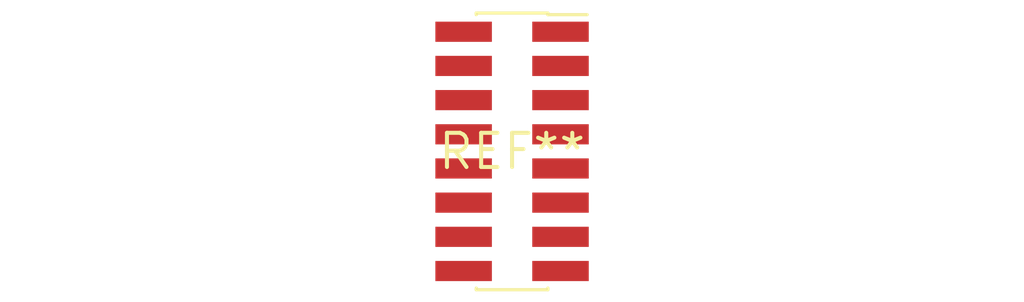
<source format=kicad_pcb>
(kicad_pcb (version 20240108) (generator pcbnew)
  (layers (0 "F.Cu" signal) (31 "B.Cu" signal) (34 "B.Paste" user) (35 "F.Paste" user) (36 "B.SilkS" user "B.Silkscreen") (37 "F.SilkS" user "F.Silkscreen") (38 "B.Mask" user) (39 "F.Mask" user) (44 "Edge.Cuts" user))
  (net 0 "")
  (footprint "PinSocket_2x08_P1.27mm_Vertical_SMD" (layer "F.Cu") (at 0 0)
    (property "Reference" "REF**")
    (property "Value" "PinSocket_2x08_P1.27mm_Vertical_SMD")
    (fp_line (start -1.33 -5.14) (end -1.33 -5.08) (layer "F.SilkS") (stroke (width 0.12)))
    (fp_line (start -1.33 -5.14) (end 1.33 -5.14) (layer "F.SilkS") (stroke (width 0.12)))
    (fp_line (start -1.33 5.08) (end -1.33 5.14) (layer "F.SilkS") (stroke (width 0.12)))
    (fp_line (start -1.33 5.14) (end 1.33 5.14) (layer "F.SilkS") (stroke (width 0.12)))
    (fp_line (start 1.33 -5.14) (end 1.33 -5.08) (layer "F.SilkS") (stroke (width 0.12)))
    (fp_line (start 1.33 -5.08) (end 2.79 -5.08) (layer "F.SilkS") (stroke (width 0.12)))
    (fp_line (start 1.33 5.08) (end 1.33 5.14) (layer "F.SilkS") (stroke (width 0.12)))
    (pad "1" smd rect (at 1.8 -4.445) (size 2.1 0.75) (layers "F.Cu" "F.Paste" "F.Mask"))
    (pad "2" smd rect (at -1.8 -4.445) (size 2.1 0.75) (layers "F.Cu" "F.Paste" "F.Mask"))
    (pad "3" smd rect (at 1.8 -3.175) (size 2.1 0.75) (layers "F.Cu" "F.Paste" "F.Mask"))
    (pad "4" smd rect (at -1.8 -3.175) (size 2.1 0.75) (layers "F.Cu" "F.Paste" "F.Mask"))
    (pad "5" smd rect (at 1.8 -1.905) (size 2.1 0.75) (layers "F.Cu" "F.Paste" "F.Mask"))
    (pad "6" smd rect (at -1.8 -1.905) (size 2.1 0.75) (layers "F.Cu" "F.Paste" "F.Mask"))
    (pad "7" smd rect (at 1.8 -0.635) (size 2.1 0.75) (layers "F.Cu" "F.Paste" "F.Mask"))
    (pad "8" smd rect (at -1.8 -0.635) (size 2.1 0.75) (layers "F.Cu" "F.Paste" "F.Mask"))
    (pad "9" smd rect (at 1.8 0.635) (size 2.1 0.75) (layers "F.Cu" "F.Paste" "F.Mask"))
    (pad "10" smd rect (at -1.8 0.635) (size 2.1 0.75) (layers "F.Cu" "F.Paste" "F.Mask"))
    (pad "11" smd rect (at 1.8 1.905) (size 2.1 0.75) (layers "F.Cu" "F.Paste" "F.Mask"))
    (pad "12" smd rect (at -1.8 1.905) (size 2.1 0.75) (layers "F.Cu" "F.Paste" "F.Mask"))
    (pad "13" smd rect (at 1.8 3.175) (size 2.1 0.75) (layers "F.Cu" "F.Paste" "F.Mask"))
    (pad "14" smd rect (at -1.8 3.175) (size 2.1 0.75) (layers "F.Cu" "F.Paste" "F.Mask"))
    (pad "15" smd rect (at 1.8 4.445) (size 2.1 0.75) (layers "F.Cu" "F.Paste" "F.Mask"))
    (pad "16" smd rect (at -1.8 4.445) (size 2.1 0.75) (layers "F.Cu" "F.Paste" "F.Mask"))
  )
)
</source>
